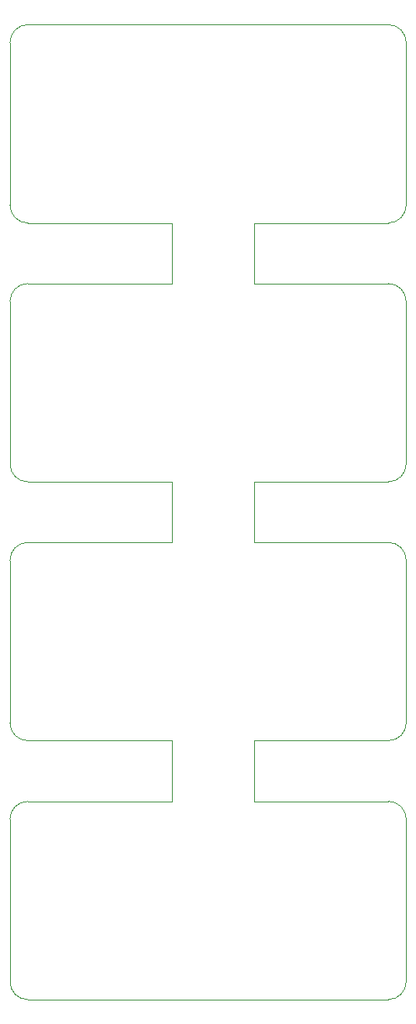
<source format=gm1>
%TF.GenerationSoftware,KiCad,Pcbnew,8.0.1*%
%TF.CreationDate,2024-04-26T14:53:14+08:00*%
%TF.ProjectId,UINIO-Power-LDO,55494e49-4f2d-4506-9f77-65722d4c444f,Version 1.0.0*%
%TF.SameCoordinates,PX7c793c0PY34d0820*%
%TF.FileFunction,Profile,NP*%
%FSLAX46Y46*%
G04 Gerber Fmt 4.6, Leading zero omitted, Abs format (unit mm)*
G04 Created by KiCad (PCBNEW 8.0.1) date 2024-04-26 14:53:14*
%MOMM*%
%LPD*%
G01*
G04 APERTURE LIST*
%TA.AperFunction,Profile*%
%ADD10C,0.010000*%
%TD*%
%TA.AperFunction,Profile*%
%ADD11C,0.050000*%
%TD*%
G04 APERTURE END LIST*
D10*
X-5820000Y-44310000D02*
X-5820000Y-27910000D01*
X34180000Y-1796667D02*
X34180000Y-18196667D01*
X32380000Y-26110000D02*
G75*
G02*
X34180000Y-27910000I0J-1800000D01*
G01*
D11*
X32380000Y-52223333D02*
X18820000Y-52223333D01*
D10*
X-5820000Y-54023333D02*
G75*
G02*
X-4020000Y-52223400I1799900J33D01*
G01*
D11*
X-4020000Y-52223333D02*
X10540000Y-52223333D01*
X18820000Y-20070000D02*
X18820000Y-19996667D01*
D10*
X34180000Y-70423333D02*
G75*
G02*
X32380000Y-72223400I-1800100J33D01*
G01*
D11*
X-4020000Y-19996667D02*
X10540000Y-19996667D01*
D10*
X32380000Y-98336667D02*
X-4020000Y-98336667D01*
X-4020000Y-72223333D02*
G75*
G02*
X-5820033Y-70423333I0J1800033D01*
G01*
X34180000Y-27910000D02*
X34180000Y-44310000D01*
X34180000Y-96536667D02*
G75*
G02*
X32380000Y-98336600I-1799900J-33D01*
G01*
X32380000Y-52223333D02*
G75*
G02*
X34179967Y-54023333I0J-1799967D01*
G01*
D11*
X10540000Y-52223333D02*
X10540000Y-46110000D01*
X10540000Y-78336667D02*
X10540000Y-72223333D01*
D10*
X34180000Y-80136667D02*
X34180000Y-96536667D01*
D11*
X-4000000Y-78336667D02*
X10540000Y-78336667D01*
X32380000Y-26110000D02*
X18820000Y-26110000D01*
D10*
X-4020000Y-46110000D02*
G75*
G02*
X-5820000Y-44310000I0J1800000D01*
G01*
X32380000Y3333D02*
G75*
G02*
X34180033Y-1796667I0J-1800033D01*
G01*
X34180000Y-18196667D02*
G75*
G02*
X32380000Y-19996700I-1800000J-33D01*
G01*
X-5820000Y-18196667D02*
X-5820000Y-1796667D01*
X-5820000Y-80136667D02*
G75*
G02*
X-4020000Y-78336600I1800100J-33D01*
G01*
D11*
X-4020000Y-72223333D02*
X10540000Y-72223333D01*
D10*
X34180000Y-44310000D02*
G75*
G02*
X32380000Y-46110000I-1800000J0D01*
G01*
D11*
X32380000Y-78336667D02*
X18820000Y-78336667D01*
D10*
X-4020000Y3333D02*
X32380000Y3333D01*
X-5820000Y-70423333D02*
X-5820000Y-54023333D01*
X-4020000Y-98336667D02*
G75*
G02*
X-5820067Y-96536667I0J1800067D01*
G01*
D11*
X32380000Y-46110000D02*
X18820000Y-46110000D01*
D10*
X-4020000Y-19996667D02*
G75*
G02*
X-5819967Y-18196667I0J1799967D01*
G01*
X32380000Y-78336667D02*
G75*
G02*
X34180033Y-80136667I0J-1800033D01*
G01*
D11*
X32380000Y-72223333D02*
X18820000Y-72223333D01*
X18820000Y-52223333D02*
X18820000Y-46110000D01*
X32380000Y-19996667D02*
X18820000Y-19996667D01*
X10540000Y-26116667D02*
X10540000Y-20003333D01*
D10*
X-4020000Y-78336667D02*
X-4000000Y-78336667D01*
X-5820000Y-27910000D02*
G75*
G02*
X-4020000Y-26110000I1800000J0D01*
G01*
X-5820000Y-1796667D02*
G75*
G02*
X-4020000Y3400I1800100J-33D01*
G01*
D11*
X18820000Y-26116667D02*
X18820000Y-20070000D01*
D10*
X34180000Y-54023333D02*
X34180000Y-70423333D01*
D11*
X18820000Y-78330000D02*
X18820000Y-72223333D01*
X-4020000Y-26110000D02*
X10540000Y-26110000D01*
X-4020000Y-46110000D02*
X10540000Y-46110000D01*
D10*
X-5820000Y-96536667D02*
X-5820000Y-80136667D01*
M02*

</source>
